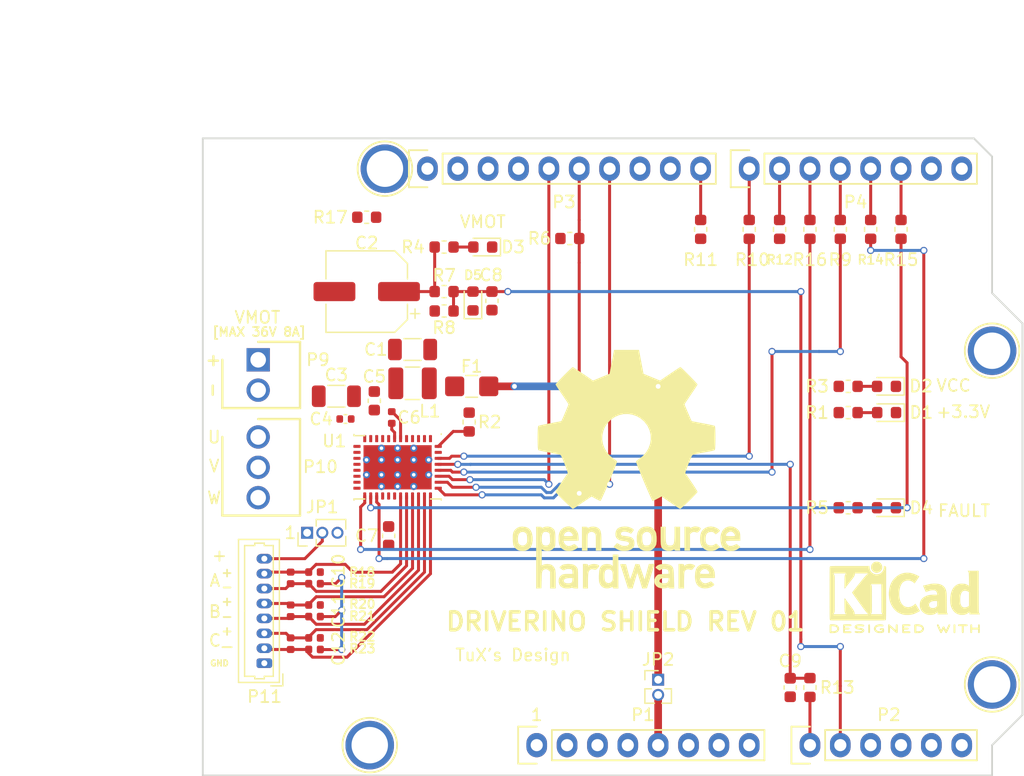
<source format=kicad_pcb>
(kicad_pcb (version 20171130) (host pcbnew "(5.1.9)-1")
  (title_block (date "lun. 30 mars 2015"))
  (layers (0 F.Cu signal) (31 B.Cu signal) (34 B.Paste user) (35 F.Paste user) (36 B.SilkS user) (37 F.SilkS user) (38 B.Mask user) (39 F.Mask user) (44 Edge.Cuts user))
  (net 0 "")
  (net 1 GND)
  (net 2 /A0)
  (net 3 /A1)
  (net 4 "/A4(SDA)")
  (net 5 "/A5(SCL)")
  (net 6 /8)
  (net 7 /7)
  (net 8 "/6(**)")
  (net 9 "/5(**)")
  (net 10 /4)
  (net 11 "/3(**)")
  (net 12 /2)
  (net 13 "/13(SCK)")
  (net 14 "/12(MISO)")
  (net 15 "/11(**/MOSI)")
  (net 16 /FB)
  (net 17 GNDPWR)
  (net 18 +36V)
  (net 19 "Net-(C5-Pad1)")
  (net 20 "Net-(C6-Pad1)")
  (net 21 "Net-(C6-Pad2)")
  (net 22 +3.3V)
  (net 23 /ILIM)
  (net 24 /HAP)
  (net 25 /HAN)
  (net 26 /HBN)
  (net 27 /HBP)
  (net 28 /HCP)
  (net 29 /HCN)
  (net 30 "Net-(D1-Pad2)")
  (net 31 "Net-(D2-Pad2)")
  (net 32 "Net-(D3-Pad2)")
  (net 33 /FAULT)
  (net 34 "Net-(D4-Pad2)")
  (net 35 VCC)
  (net 36 "Net-(JP1-Pad2)")
  (net 37 /SW)
  (net 38 /U)
  (net 39 /V)
  (net 40 /W)
  (net 41 /FGOUT)
  (net 42 /CS)
  (net 43 /BRAKE)
  (net 44 /PWM)
  (net 45 /SLEEP)
  (net 46 /DRVOFF)
  (net 47 +5V)
  (module Fuse:Fuse_1206_3216Metric_Castellated (layer F.Cu) (at 133.498 93.787 180)
    (fp_text reference F1 (at 0 1.668 180) (layer F.SilkS))
    (fp_text value 200mA)
    (pad 2 smd roundrect (at 1.425 0 180) (size 1.6 1.65) (layers F.Cu F.Paste F.Mask) (roundrect_rratio 0.15625))
    (pad 1 smd roundrect (at -1.425 0 180) (size 1.6 1.65) (layers F.Cu F.Paste F.Mask) (roundrect_rratio 0.15625) (net 35 VCC))
  )
  (module Symbol:KiCad-Logo2_5mm_SilkScreen (layer F.Cu) (at 169.7228 111.4425)
    (fp_text reference REF** hide)
    (fp_text value KiCad-Logo2_5mm_SilkScreen hide)
  )
  (module Resistor_SMD:R_0402_1005Metric (layer F.Cu) (at 120.3475 115.816)
    (fp_text reference R23 (at 4 -0.07) (layer F.SilkS) (effects (font (size 0.75 0.75))))
    (fp_text value 0R)
    (pad 2 smd roundrect (at 0.485 0) (size 0.59 0.64) (layers F.Cu F.Paste F.Mask) (net 1 GND))
    (pad 1 smd roundrect (at -0.485 0) (size 0.59 0.64) (layers F.Cu F.Paste F.Mask) (net 29 /HCN))
  )
  (module Resistor_SMD:R_0402_1005Metric (layer F.Cu) (at 120.3475 114.846)
    (fp_text reference R22 (at 4 -0.1 180) (layer F.SilkS) (effects (font (size 0.75 0.75))))
    (fp_text value 10k)
    (pad 2 smd roundrect (at 0.485 0) (size 0.59 0.64) (layers F.Cu F.Paste F.Mask))
    (pad 1 smd roundrect (at -0.485 0) (size 0.59 0.64) (layers F.Cu F.Paste F.Mask) (net 28 /HCP))
  )
  (module Driverino-Shield:QFN-40_EP_5x7_Pitch0.5mm (layer F.Cu) (at 127.298 100.565 270)
    (fp_text reference U1 (at -2.2 5.3 180) (layer F.SilkS))
    (fp_text value MCT8316Z)
    (pad 1 smd roundrect (at -2.4 -2.75) (size 0.25 0.6) (layers F.Cu F.Paste F.Mask) (roundrect_rratio 0.2))
    (pad 2 smd roundrect (at -2.4 -2.25) (size 0.25 0.6) (layers F.Cu F.Paste F.Mask) (roundrect_rratio 0.2))
    (pad 3 smd roundrect (at -2.4 -1.75) (size 0.25 0.6) (layers F.Cu F.Paste F.Mask) (roundrect_rratio 0.2))
    (pad 4 smd roundrect (at -2.4 -1.25) (size 0.25 0.6) (layers F.Cu F.Paste F.Mask) (roundrect_rratio 0.2))
    (pad 5 smd roundrect (at -2.4 -0.75) (size 0.25 0.6) (layers F.Cu F.Paste F.Mask) (roundrect_rratio 0.2))
    (pad 6 smd roundrect (at -2.4 -0.25) (size 0.25 0.6) (layers F.Cu F.Paste F.Mask) (roundrect_rratio 0.2) (net 21 "Net-(C6-Pad2)"))
    (pad 7 smd roundrect (at -2.4 0.25) (size 0.25 0.6) (layers F.Cu F.Paste F.Mask) (roundrect_rratio 0.2) (net 20 "Net-(C6-Pad1)"))
    (pad 8 smd roundrect (at -2.4 0.75) (size 0.25 0.6) (layers F.Cu F.Paste F.Mask) (roundrect_rratio 0.2))
    (pad 9 smd roundrect (at -2.4 1.25) (size 0.25 0.6) (layers F.Cu F.Paste F.Mask) (roundrect_rratio 0.2))
    (pad 10 smd roundrect (at -2.4 1.75) (size 0.25 0.6) (layers F.Cu F.Paste F.Mask) (roundrect_rratio 0.2))
    (pad 11 smd roundrect (at -2.4 2.25) (size 0.25 0.6) (layers F.Cu F.Paste F.Mask) (roundrect_rratio 0.2))
    (pad 12 smd roundrect (at -2.4 2.75) (size 0.25 0.6) (layers F.Cu F.Paste F.Mask) (roundrect_rratio 0.2))
    (pad 13 smd roundrect (at -1.75 3.4 90) (size 0.25 0.6) (layers F.Cu F.Paste F.Mask) (roundrect_rratio 0.2))
    (pad 14 smd roundrect (at -1.25 3.4 90) (size 0.25 0.6) (layers F.Cu F.Paste F.Mask) (roundrect_rratio 0.2))
    (pad 15 smd roundrect (at -0.75 3.4 90) (size 0.25 0.6) (layers F.Cu F.Paste F.Mask) (roundrect_rratio 0.2))
    (pad 16 smd roundrect (at -0.25 3.4 90) (size 0.25 0.6) (layers F.Cu F.Paste F.Mask) (roundrect_rratio 0.2))
    (pad 17 smd roundrect (at 0.25 3.4 90) (size 0.25 0.6) (layers F.Cu F.Paste F.Mask) (roundrect_rratio 0.2))
    (pad 18 smd roundrect (at 0.75 3.4 90) (size 0.25 0.6) (layers F.Cu F.Paste F.Mask) (roundrect_rratio 0.2))
    (pad 19 smd roundrect (at 1.25 3.4 90) (size 0.25 0.6) (layers F.Cu F.Paste F.Mask) (roundrect_rratio 0.2))
    (pad 20 smd roundrect (at 1.75 3.4 90) (size 0.25 0.6) (layers F.Cu F.Paste F.Mask) (roundrect_rratio 0.2))
    (pad 21 smd roundrect (at 2.4 2.75) (size 0.25 0.6) (layers F.Cu F.Paste F.Mask) (roundrect_rratio 0.2) (net 46 /DRVOFF))
    (pad 22 smd roundrect (at 2.4 2.25) (size 0.25 0.6) (layers F.Cu F.Paste F.Mask) (roundrect_rratio 0.2) (net 33 /FAULT))
    (pad 23 smd roundrect (at 2.4 1.75) (size 0.25 0.6) (layers F.Cu F.Paste F.Mask) (roundrect_rratio 0.2) (net 45 /SLEEP))
    (pad 24 smd roundrect (at 2.4 1.25) (size 0.25 0.6) (layers F.Cu F.Paste F.Mask) (roundrect_rratio 0.2))
    (pad 25 smd roundrect (at 2.4 0.75) (size 0.25 0.6) (layers F.Cu F.Paste F.Mask) (roundrect_rratio 0.2))
    (pad 26 smd roundrect (at 2.4 0.25) (size 0.25 0.6) (layers F.Cu F.Paste F.Mask) (roundrect_rratio 0.2))
    (pad 27 smd roundrect (at 2.4 -0.25) (size 0.25 0.6) (layers F.Cu F.Paste F.Mask) (roundrect_rratio 0.2) (net 24 /HAP))
    (pad 28 smd roundrect (at 2.4 -0.75) (size 0.25 0.6) (layers F.Cu F.Paste F.Mask) (roundrect_rratio 0.2) (net 25 /HAN))
    (pad 29 smd roundrect (at 2.4 -1.25) (size 0.25 0.6) (layers F.Cu F.Paste F.Mask) (roundrect_rratio 0.2) (net 27 /HBP))
    (pad 30 smd roundrect (at 2.4 -1.75) (size 0.25 0.6) (layers F.Cu F.Paste F.Mask) (roundrect_rratio 0.2) (net 26 /HBN))
    (pad 31 smd roundrect (at 2.4 -2.25) (size 0.25 0.6) (layers F.Cu F.Paste F.Mask) (roundrect_rratio 0.2) (net 28 /HCP))
    (pad 32 smd roundrect (at 2.4 -2.75) (size 0.25 0.6) (layers F.Cu F.Paste F.Mask) (roundrect_rratio 0.2) (net 29 /HCN))
    (pad 33 smd roundrect (at 1.75 -3.4 90) (size 0.25 0.6) (layers F.Cu F.Paste F.Mask) (roundrect_rratio 0.2) (net 14 "/12(MISO)"))
    (pad 34 smd roundrect (at 1.25 -3.4 90) (size 0.25 0.6) (layers F.Cu F.Paste F.Mask) (roundrect_rratio 0.2) (net 15 "/11(**/MOSI)"))
    (pad 35 smd roundrect (at 0.75 -3.4 90) (size 0.25 0.6) (layers F.Cu F.Paste F.Mask) (roundrect_rratio 0.2) (net 13 "/13(SCK)"))
    (pad 36 smd roundrect (at 0.25 -3.4 90) (size 0.25 0.6) (layers F.Cu F.Paste F.Mask) (roundrect_rratio 0.2) (net 42 /CS))
    (pad 37 smd roundrect (at -0.25 -3.4 90) (size 0.25 0.6) (layers F.Cu F.Paste F.Mask) (roundrect_rratio 0.2) (net 23 /ILIM))
    (pad 38 smd roundrect (at -0.75 -3.4 90) (size 0.25 0.6) (layers F.Cu F.Paste F.Mask) (roundrect_rratio 0.2) (net 43 /BRAKE))
    (pad 39 smd roundrect (at -1.25 -3.4 90) (size 0.25 0.6) (layers F.Cu F.Paste F.Mask) (roundrect_rratio 0.2))
    (pad 40 smd roundrect (at -1.75 -3.4 90) (size 0.25 0.6) (layers F.Cu F.Paste F.Mask) (roundrect_rratio 0.2) (net 41 /FGOUT))
    (pad 41 smd rect (at 0 0 270) (size 3.7 5.7) (layers F.Cu F.Mask))
    (pad 41 thru_hole circle (at 0.625 0 270) (size 0.6 0.6) (drill 0.3) (layers *.Cu *.Mask))
    (pad 41 thru_hole circle (at -0.625 0 270) (size 0.6 0.6) (drill 0.3) (layers *.Cu *.Mask))
    (pad 41 thru_hole circle (at -1.6 0 270) (size 0.6 0.6) (drill 0.3) (layers *.Cu *.Mask))
    (pad 41 thru_hole circle (at 1.6 0 270) (size 0.6 0.6) (drill 0.3) (layers *.Cu *.Mask))
    (pad 41 thru_hole circle (at 0.625 -1.35 270) (size 0.6 0.6) (drill 0.3) (layers *.Cu *.Mask))
    (pad 41 thru_hole circle (at -0.625 -1.35 270) (size 0.6 0.6) (drill 0.3) (layers *.Cu *.Mask))
    (pad 41 thru_hole circle (at -1.6 -1.35 270) (size 0.6 0.6) (drill 0.3) (layers *.Cu *.Mask))
    (pad 41 thru_hole circle (at 1.6 -1.35 270) (size 0.6 0.6) (drill 0.3) (layers *.Cu *.Mask))
    (pad 41 thru_hole circle (at 0.625 -2.6 270) (size 0.6 0.6) (drill 0.3) (layers *.Cu *.Mask))
    (pad 41 thru_hole circle (at -0.625 -2.6 270) (size 0.6 0.6) (drill 0.3) (layers *.Cu *.Mask))
    (pad 41 thru_hole circle (at 0.625 1.35 270) (size 0.6 0.6) (drill 0.3) (layers *.Cu *.Mask))
    (pad 41 thru_hole circle (at -0.625 1.35 270) (size 0.6 0.6) (drill 0.3) (layers *.Cu *.Mask))
    (pad 41 thru_hole circle (at -1.6 1.35 270) (size 0.6 0.6) (drill 0.3) (layers *.Cu *.Mask))
    (pad 41 thru_hole circle (at 1.6 1.35 270) (size 0.6 0.6) (drill 0.3) (layers *.Cu *.Mask))
    (pad 41 thru_hole circle (at 0.625 2.6 270) (size 0.6 0.6) (drill 0.3) (layers *.Cu *.Mask))
    (pad 41 thru_hole circle (at -0.625 2.6 270) (size 0.6 0.6) (drill 0.3) (layers *.Cu *.Mask))
  )
  (module Connector_PinHeader_1.27mm:PinHeader_1x03_P1.27mm_Vertical (layer F.Cu) (at 120.998 106.045 90)
    (fp_text reference JP1 (at 2.159 -0.0076 180) (layer F.SilkS))
    (fp_text value HAL_SEL)
    (pad 3 thru_hole oval (at 0 1.27 90) (size 1 1) (drill 0.65) (layers *.Cu *.Mask))
    (pad 2 thru_hole oval (at 0 0 90) (size 1 1) (drill 0.65) (layers *.Cu *.Mask) (net 36 "Net-(JP1-Pad2)"))
    (pad 1 thru_hole rect (at 0 -1.27 90) (size 1 1) (drill 0.65) (layers *.Cu *.Mask))
  )
  (module Capacitor_SMD:C_1206_3216Metric (layer F.Cu) (at 122.174 94.615)
    (fp_text reference C3 (at 0 -1.778) (layer F.SilkS))
    (fp_text value 10uF)
    (pad 2 smd roundrect (at 1.475 0) (size 1.15 1.8) (layers F.Cu F.Paste F.Mask) (roundrect_rratio 0.2173904347826087))
    (pad 1 smd roundrect (at -1.475 0) (size 1.15 1.8) (layers F.Cu F.Paste F.Mask) (roundrect_rratio 0.2173904347826087))
  )
  (module Capacitor_SMD:C_0402_1005Metric (layer F.Cu) (at 122.936 96.52)
    (fp_text reference C4 (at -2.032 0) (layer F.SilkS))
    (fp_text value 100nF)
    (pad 2 smd roundrect (at 0.48 0) (size 0.56 0.62) (layers F.Cu F.Paste F.Mask))
    (pad 1 smd roundrect (at -0.48 0) (size 0.56 0.62) (layers F.Cu F.Paste F.Mask))
  )
  (module Symbol:OSHW-Logo_19x20mm_SilkScreen (layer F.Cu) (at 146.431 100.711)
    (fp_text reference REF** hide)
    (fp_text value OSHW-Logo_19x20mm_SilkScreen hide)
  )
  (module Socket_Arduino_Uno:Arduino_1pin (layer F.Cu) (at 124.968 123.825)
    (fp_text reference P5 hide)
    (fp_text value CONN_01X01 hide)
    (pad "" np_thru_hole circle (at 0 0) (size 4.064 4.064) (drill 3.048) (layers *.Cu *.Mask))
  )
  (module Socket_Arduino_Uno:Arduino_1pin (layer F.Cu) (at 126.238 75.565)
    (fp_text reference P7 hide)
    (fp_text value CONN_01X01 hide)
    (pad "" np_thru_hole circle (at 0 0) (size 4.064 4.064) (drill 3.048) (layers *.Cu *.Mask))
  )
  (module Socket_Arduino_Uno:Arduino_1pin (layer F.Cu) (at 177.038 90.805)
    (fp_text reference P8 hide)
    (fp_text value CONN_01X01 hide)
    (pad "" np_thru_hole circle (at 0 0) (size 4.064 4.064) (drill 3.048) (layers *.Cu *.Mask))
  )
  (module Socket_Arduino_Uno:Socket_Strip_Arduino_1x10 (layer F.Cu) (at 129.794 75.565)
    (fp_text reference P3 (at 11.43 2.794) (layer F.SilkS))
    (fp_text value Digital)
    (pad 1 thru_hole oval (at 0 0) (size 1.7272 2.032) (drill 1.016) (layers *.Cu *.Paste *.Mask))
    (pad 2 thru_hole oval (at 2.54 0) (size 1.7272 2.032) (drill 1.016) (layers *.Cu *.Paste *.Mask))
    (pad 3 thru_hole oval (at 5.08 0) (size 1.7272 2.032) (drill 1.016) (layers *.Cu *.Paste *.Mask))
    (pad 4 thru_hole oval (at 7.62 0) (size 1.7272 2.032) (drill 1.016) (layers *.Cu *.Paste *.Mask))
    (pad 5 thru_hole oval (at 10.16 0) (size 1.7272 2.032) (drill 1.016) (layers *.Cu *.Paste *.Mask) (net 13 "/13(SCK)"))
    (pad 6 thru_hole oval (at 12.7 0) (size 1.7272 2.032) (drill 1.016) (layers *.Cu *.Paste *.Mask) (net 14 "/12(MISO)"))
    (pad 7 thru_hole oval (at 15.24 0) (size 1.7272 2.032) (drill 1.016) (layers *.Cu *.Paste *.Mask) (net 15 "/11(**/MOSI)"))
    (pad 8 thru_hole oval (at 17.78 0) (size 1.7272 2.032) (drill 1.016) (layers *.Cu *.Paste *.Mask))
    (pad 9 thru_hole oval (at 20.32 0) (size 1.7272 2.032) (drill 1.016) (layers *.Cu *.Paste *.Mask))
    (pad 10 thru_hole oval (at 22.86 0) (size 1.7272 2.032) (drill 1.016) (layers *.Cu *.Paste *.Mask) (net 6 /8))
  )
  (module Socket_Arduino_Uno:Arduino_1pin (layer F.Cu) (at 177.038 118.745)
    (fp_text reference P6 hide)
    (fp_text value CONN_01X01 hide)
    (pad "" np_thru_hole circle (at 0 0) (size 4.064 4.064) (drill 3.048) (layers *.Cu *.Mask))
  )
  (module Socket_Arduino_Uno:Socket_Strip_Arduino_1x08 (layer F.Cu) (at 138.938 123.825)
    (fp_text reference P1 (at 8.89 -2.54) (layer F.SilkS))
    (fp_text value Power)
    (pad 1 thru_hole oval (at 0 0) (size 1.7272 2.032) (drill 1.016) (layers *.Cu *.Paste *.Mask))
    (pad 2 thru_hole oval (at 2.54 0) (size 1.7272 2.032) (drill 1.016) (layers *.Cu *.Paste *.Mask))
    (pad 3 thru_hole oval (at 5.08 0) (size 1.7272 2.032) (drill 1.016) (layers *.Cu *.Paste *.Mask))
    (pad 4 thru_hole oval (at 7.62 0) (size 1.7272 2.032) (drill 1.016) (layers *.Cu *.Paste *.Mask))
    (pad 5 thru_hole oval (at 10.16 0) (size 1.7272 2.032) (drill 1.016) (layers *.Cu *.Paste *.Mask) (net 47 +5V))
    (pad 6 thru_hole oval (at 12.7 0) (size 1.7272 2.032) (drill 1.016) (layers *.Cu *.Paste *.Mask))
    (pad 7 thru_hole oval (at 15.24 0) (size 1.7272 2.032) (drill 1.016) (layers *.Cu *.Paste *.Mask))
    (pad 8 thru_hole oval (at 17.78 0) (size 1.7272 2.032) (drill 1.016) (layers *.Cu *.Paste *.Mask))
  )
  (module Socket_Arduino_Uno:Socket_Strip_Arduino_1x06 (layer F.Cu) (at 161.798 123.825)
    (fp_text reference P2 (at 6.604 -2.54) (layer F.SilkS))
    (fp_text value Analog)
    (pad 1 thru_hole oval (at 0 0) (size 1.7272 2.032) (drill 1.016) (layers *.Cu *.Paste *.Mask) (net 2 /A0))
    (pad 2 thru_hole oval (at 2.54 0) (size 1.7272 2.032) (drill 1.016) (layers *.Cu *.Paste *.Mask) (net 3 /A1))
    (pad 3 thru_hole oval (at 5.08 0) (size 1.7272 2.032) (drill 1.016) (layers *.Cu *.Paste *.Mask))
    (pad 4 thru_hole oval (at 7.62 0) (size 1.7272 2.032) (drill 1.016) (layers *.Cu *.Paste *.Mask))
    (pad 5 thru_hole oval (at 10.16 0) (size 1.7272 2.032) (drill 1.016) (layers *.Cu *.Paste *.Mask))
    (pad 6 thru_hole oval (at 12.7 0) (size 1.7272 2.032) (drill 1.016) (layers *.Cu *.Paste *.Mask))
  )
  (module Socket_Arduino_Uno:Socket_Strip_Arduino_1x08 (layer F.Cu) (at 156.718 75.565)
    (fp_text reference P4 (at 8.89 2.794) (layer F.SilkS))
    (fp_text value Digital)
    (pad 1 thru_hole oval (at 0 0) (size 1.7272 2.032) (drill 1.016) (layers *.Cu *.Paste *.Mask) (net 7 /7))
    (pad 2 thru_hole oval (at 2.54 0) (size 1.7272 2.032) (drill 1.016) (layers *.Cu *.Paste *.Mask) (net 8 "/6(**)"))
    (pad 3 thru_hole oval (at 5.08 0) (size 1.7272 2.032) (drill 1.016) (layers *.Cu *.Paste *.Mask) (net 9 "/5(**)"))
    (pad 4 thru_hole oval (at 7.62 0) (size 1.7272 2.032) (drill 1.016) (layers *.Cu *.Paste *.Mask) (net 10 /4))
    (pad 5 thru_hole oval (at 10.16 0) (size 1.7272 2.032) (drill 1.016) (layers *.Cu *.Paste *.Mask) (net 11 "/3(**)"))
    (pad 6 thru_hole oval (at 12.7 0) (size 1.7272 2.032) (drill 1.016) (layers *.Cu *.Paste *.Mask) (net 12 /2))
    (pad 7 thru_hole oval (at 15.24 0) (size 1.7272 2.032) (drill 1.016) (layers *.Cu *.Paste *.Mask))
    (pad 8 thru_hole oval (at 17.78 0) (size 1.7272 2.032) (drill 1.016) (layers *.Cu *.Paste *.Mask))
  )
  (module Capacitor_SMD:C_0402_1005Metric (layer F.Cu) (at 126.8095 96.393 90)
    (fp_text reference C6 (at 0 1.4605 180) (layer F.SilkS))
    (fp_text value 10nF)
    (pad 2 smd roundrect (at 0.485 0 90) (size 0.59 0.64) (layers F.Cu F.Paste F.Mask) (net 21 "Net-(C6-Pad2)"))
    (pad 1 smd roundrect (at -0.485 0 90) (size 0.59 0.64) (layers F.Cu F.Paste F.Mask) (net 20 "Net-(C6-Pad1)"))
  )
  (module Capacitor_SMD:C_0402_1005Metric (layer F.Cu) (at 118.3475 115.331 90)
    (fp_text reference C12 (at -0.415 4 90) (layer F.SilkS))
    (fp_text value 100nF)
    (pad 2 smd roundrect (at 0.485 0 90) (size 0.59 0.64) (layers F.Cu F.Paste F.Mask) (net 28 /HCP))
    (pad 1 smd roundrect (at -0.485 0 90) (size 0.59 0.64) (layers F.Cu F.Paste F.Mask) (net 29 /HCN))
  )
  (module Resistor_SMD:R_0402_1005Metric (layer F.Cu) (at 120.3475 113.062)
    (fp_text reference R21 (at 4 -0.032) (layer F.SilkS) (effects (font (size 0.75 0.75))))
    (fp_text value 0R)
    (pad 2 smd roundrect (at 0.485 0) (size 0.59 0.64) (layers F.Cu F.Paste F.Mask) (net 1 GND))
    (pad 1 smd roundrect (at -0.485 0) (size 0.59 0.64) (layers F.Cu F.Paste F.Mask) (net 26 /HBN))
  )
  (module Resistor_SMD:R_0402_1005Metric (layer F.Cu) (at 120.3475 112.092)
    (fp_text reference R20 (at 4 -0.078) (layer F.SilkS) (effects (font (size 0.75 0.75))))
    (fp_text value 10k)
    (pad 2 smd roundrect (at 0.485 0) (size 0.59 0.64) (layers F.Cu F.Paste F.Mask))
    (pad 1 smd roundrect (at -0.485 0) (size 0.59 0.64) (layers F.Cu F.Paste F.Mask) (net 27 /HBP))
  )
  (module Capacitor_SMD:C_0402_1005Metric (layer F.Cu) (at 118.3475 112.577 90)
    (fp_text reference C11 (at 0.01 4 90) (layer F.SilkS))
    (fp_text value 100nF)
    (pad 2 smd roundrect (at 0.485 0 90) (size 0.59 0.64) (layers F.Cu F.Paste F.Mask) (net 27 /HBP))
    (pad 1 smd roundrect (at -0.485 0 90) (size 0.59 0.64) (layers F.Cu F.Paste F.Mask) (net 26 /HBN))
  )
  (module Resistor_SMD:R_0402_1005Metric (layer F.Cu) (at 120.3475 109.338)
    (fp_text reference R18 (at 3.9855 0.009) (layer F.SilkS) (effects (font (size 0.75 0.75))))
    (fp_text value 10k)
    (pad 2 smd roundrect (at 0.485 0) (size 0.59 0.64) (layers F.Cu F.Paste F.Mask))
    (pad 1 smd roundrect (at -0.485 0) (size 0.59 0.64) (layers F.Cu F.Paste F.Mask) (net 24 /HAP))
  )
  (module Resistor_SMD:R_0402_1005Metric (layer F.Cu) (at 120.3475 110.308)
    (fp_text reference R19 (at 3.9855 -0.0085) (layer F.SilkS) (effects (font (size 0.75 0.75))))
    (fp_text value 0R)
    (pad 2 smd roundrect (at 0.485 0) (size 0.59 0.64) (layers F.Cu F.Paste F.Mask) (net 1 GND))
    (pad 1 smd roundrect (at -0.485 0) (size 0.59 0.64) (layers F.Cu F.Paste F.Mask) (net 25 /HAN))
  )
  (module Capacitor_SMD:C_0402_1005Metric (layer F.Cu) (at 118.3475 109.823 90)
    (fp_text reference C10 (at 0.585 4 90) (layer F.SilkS))
    (fp_text value 100nF)
    (pad 2 smd roundrect (at 0.485 0 90) (size 0.59 0.64) (layers F.Cu F.Paste F.Mask) (net 24 /HAP))
    (pad 1 smd roundrect (at -0.485 0 90) (size 0.59 0.64) (layers F.Cu F.Paste F.Mask) (net 25 /HAN))
  )
  (module Driverino-Shield:C_1206_3216Metric (layer F.Cu) (at 128.5494 90.7034)
    (fp_text reference C1 (at -3.0734 0) (layer F.SilkS))
    (fp_text value 22uF)
    (pad 2 smd roundrect (at 1.475 0) (size 1.15 1.8) (layers F.Cu F.Paste F.Mask) (roundrect_rratio 0.2173904347826087))
    (pad 1 smd roundrect (at -1.475 0) (size 1.15 1.8) (layers F.Cu F.Paste F.Mask) (roundrect_rratio 0.217))
  )
  (module Driverino-Shield:CP_Elec_6.3x7.7 (layer F.Cu) (at 124.714 85.852 180)
    (fp_text reference C2 (at 0 4.064 180) (layer F.SilkS))
    (fp_text value 150uF)
    (pad 2 smd roundrect (at 2.7 0 180) (size 3.5 1.6) (layers F.Cu F.Paste F.Mask) (roundrect_rratio 0.15625))
    (pad 1 smd roundrect (at -2.7 0 180) (size 3.5 1.6) (layers F.Cu F.Paste F.Mask) (roundrect_rratio 0.15625) (net 18 +36V))
  )
  (module Driverino-Shield:C_0603_1608Metric (layer F.Cu) (at 125.349 94.996 90)
    (fp_text reference C5 (at 2.032 0 180) (layer F.SilkS))
    (fp_text value 1uF)
    (pad 1 smd roundrect (at -0.775 0 90) (size 0.9 0.95) (layers F.Cu F.Paste F.Mask))
    (pad 2 smd roundrect (at 0.775 0 90) (size 0.9 0.95) (layers F.Cu F.Paste F.Mask))
  )
  (module Driverino-Shield:C_0603_1608Metric (layer F.Cu) (at 126.548 106.299 270)
    (fp_text reference C7 (at 0 1.834 180) (layer F.SilkS))
    (fp_text value 1uF)
    (pad 2 smd roundrect (at 0.775 0 270) (size 0.9 0.95) (layers F.Cu F.Paste F.Mask))
    (pad 1 smd roundrect (at -0.775 0 270) (size 0.9 0.95) (layers F.Cu F.Paste F.Mask))
  )
  (module Driverino-Shield:C_0603_1608Metric (layer F.Cu) (at 135.1915 86.627 90)
    (fp_text reference C8 (at 2.159 -0.0635 180) (layer F.SilkS))
    (fp_text value 100nF)
    (pad 1 smd roundrect (at -0.775 0 90) (size 0.9 0.95) (layers F.Cu F.Paste F.Mask))
    (pad 2 smd roundrect (at 0.775 0 90) (size 0.9 0.95) (layers F.Cu F.Paste F.Mask) (net 3 /A1))
  )
  (module Driverino-Shield:C_0603_1608Metric (layer F.Cu) (at 160.147 118.999 90)
    (fp_text reference C9 (at 2.2225 0 180) (layer F.SilkS))
    (fp_text value 100nF)
    (pad 1 smd roundrect (at -0.775 0 90) (size 0.9 0.95) (layers F.Cu F.Paste F.Mask))
    (pad 2 smd roundrect (at 0.775 0 90) (size 0.9 0.95) (layers F.Cu F.Paste F.Mask) (net 23 /ILIM))
  )
  (module Driverino-Shield:LED_0603_1608Metric (layer F.Cu) (at 168.2115 95.9865 180)
    (fp_text reference D1 (at -2.9083 0.0126) (layer F.SilkS))
    (fp_text value ORANGE)
    (pad 1 smd roundrect (at -0.7875 0 180) (size 0.875 0.95) (layers F.Cu F.Paste F.Mask))
    (pad 2 smd roundrect (at 0.7875 0 180) (size 0.875 0.95) (layers F.Cu F.Paste F.Mask) (net 30 "Net-(D1-Pad2)"))
  )
  (module Driverino-Shield:LED_0603_1608Metric (layer F.Cu) (at 168.204 93.787 180)
    (fp_text reference D2 (at -2.8904 0.0229) (layer F.SilkS))
    (fp_text value BLUE)
    (pad 2 smd roundrect (at 0.7875 0 180) (size 0.875 0.95) (layers F.Cu F.Paste F.Mask) (net 31 "Net-(D2-Pad2)"))
    (pad 1 smd roundrect (at -0.7875 0 180) (size 0.875 0.95) (layers F.Cu F.Paste F.Mask))
  )
  (module Driverino-Shield:LED_0603_1608Metric (layer F.Cu) (at 134.422 82.1245 180)
    (fp_text reference D3 (at -2.5475 0) (layer F.SilkS))
    (fp_text value GREEN)
    (pad 2 smd roundrect (at 0.7875 0 180) (size 0.875 0.95) (layers F.Cu F.Paste F.Mask) (net 32 "Net-(D3-Pad2)"))
    (pad 1 smd roundrect (at -0.7875 0 180) (size 0.875 0.95) (layers F.Cu F.Paste F.Mask))
  )
  (module Driverino-Shield:LED_0603_1608Metric (layer F.Cu) (at 168.204 103.9495 180)
    (fp_text reference D4 (at -2.9158 -0.0127) (layer F.SilkS))
    (fp_text value BLUE)
    (pad 1 smd roundrect (at -0.7875 0 180) (size 0.875 0.95) (layers F.Cu F.Paste F.Mask) (net 33 /FAULT))
    (pad 2 smd roundrect (at 0.7875 0 180) (size 0.875 0.95) (layers F.Cu F.Paste F.Mask) (net 34 "Net-(D4-Pad2)"))
  )
  (module Diode_SMD:D_0603_1608Metric (layer F.Cu) (at 133.604 86.6395 90)
    (fp_text reference D5 (at 2.164 0 180) (layer F.SilkS) (effects (font (size 0.75 0.75))))
    (fp_text value Vz=5V)
    (pad 1 smd roundrect (at -0.7875 0 90) (size 0.875 0.95) (layers F.Cu F.Paste F.Mask))
    (pad 2 smd roundrect (at 0.7875 0 90) (size 0.875 0.95) (layers F.Cu F.Paste F.Mask) (net 3 /A1))
  )
  (module Inductor_SMD:L_1210_3225Metric (layer F.Cu) (at 128.548 93.533 180)
    (fp_text reference L1 (at -1.45 -2.332 180) (layer F.SilkS))
    (fp_text value 47uH)
    (pad 1 smd roundrect (at -1.4 0 180) (size 1.25 2.65) (layers F.Cu F.Paste F.Mask) (roundrect_rratio 0.2))
    (pad 2 smd roundrect (at 1.4 0 180) (size 1.25 2.65) (layers F.Cu F.Paste F.Mask) (roundrect_rratio 0.2))
  )
  (module Driverino-Shield:39773-0002 (layer F.Cu) (at 115.6335 91.565 270)
    (fp_text reference P9 (at 0 -5) (layer F.SilkS))
    (fp_text value PWR)
    (pad 1 thru_hole rect (at 0 0 270) (size 1.95 1.95) (drill 1.3) (layers *.Cu *.Mask))
    (pad 2 thru_hole circle (at 2.54 0 270) (size 1.95 1.95) (drill 1.3) (layers *.Cu *.Mask))
  )
  (module Driverino-Shield:39773-0003 (layer F.Cu) (at 115.6335 100.565 270)
    (fp_text reference P10 (at -0.0445 -5.207 180) (layer F.SilkS))
    (fp_text value MOT)
    (pad 1 thru_hole circle (at -2.54 0 270) (size 1.95 1.95) (drill 1.3) (layers *.Cu *.Mask))
    (pad 2 thru_hole circle (at 0 0 270) (size 1.95 1.95) (drill 1.3) (layers *.Cu *.Mask))
    (pad 3 thru_hole circle (at 2.54 0 270) (size 1.95 1.95) (drill 1.3) (layers *.Cu *.Mask))
  )
  (module Driverino-Shield:Molex_PicoBlade_53047-0810_1x08_P1.25mm_Vertical (layer F.Cu) (at 116.1475 116.965 90)
    (fp_text reference P11 (at -2.796 0.0194) (layer F.SilkS))
    (fp_text value HALL)
    (pad 8 thru_hole oval (at 8.75 0 90) (size 0.8 1.3) (drill 0.5) (layers *.Cu *.Mask) (net 36 "Net-(JP1-Pad2)"))
    (pad 7 thru_hole oval (at 7.5 0 90) (size 0.8 1.3) (drill 0.5) (layers *.Cu *.Mask) (net 24 /HAP))
    (pad 6 thru_hole oval (at 6.25 0 90) (size 0.8 1.3) (drill 0.5) (layers *.Cu *.Mask) (net 25 /HAN))
    (pad 5 thru_hole oval (at 5 0 90) (size 0.8 1.3) (drill 0.5) (layers *.Cu *.Mask) (net 27 /HBP))
    (pad 4 thru_hole oval (at 3.75 0 90) (size 0.8 1.3) (drill 0.5) (layers *.Cu *.Mask) (net 26 /HBN))
    (pad 3 thru_hole oval (at 2.5 0 90) (size 0.8 1.3) (drill 0.5) (layers *.Cu *.Mask) (net 28 /HCP))
    (pad 2 thru_hole oval (at 1.25 0 90) (size 0.8 1.3) (drill 0.5) (layers *.Cu *.Mask) (net 29 /HCN))
    (pad 1 thru_hole roundrect (at 0 0 90) (size 0.8 1.3) (drill 0.5) (layers *.Cu *.Mask))
  )
  (module Resistor_SMD:R_0603_1608Metric (layer F.Cu) (at 164.998 95.9865)
    (fp_text reference R1 (at -2.6 0) (layer F.SilkS))
    (fp_text value 1k)
    (pad 2 smd roundrect (at 0.7875 0) (size 0.875 0.95) (layers F.Cu F.Paste F.Mask) (net 30 "Net-(D1-Pad2)"))
    (pad 1 smd roundrect (at -0.7875 0) (size 0.875 0.95) (layers F.Cu F.Paste F.Mask))
  )
  (module Resistor_SMD:R_0603_1608Metric (layer F.Cu) (at 133.2865 96.774 270)
    (fp_text reference R2 (at 0 -1.7145 180) (layer F.SilkS))
    (fp_text value 5.1k)
    (pad 1 smd roundrect (at -0.7875 0 270) (size 0.875 0.95) (layers F.Cu F.Paste F.Mask))
    (pad 2 smd roundrect (at 0.7875 0 270) (size 0.875 0.95) (layers F.Cu F.Paste F.Mask) (net 41 /FGOUT))
  )
  (module Resistor_SMD:R_0603_1608Metric (layer F.Cu) (at 164.998 93.787)
    (fp_text reference R3 (at -2.6 0) (layer F.SilkS))
    (fp_text value 1k)
    (pad 1 smd roundrect (at -0.7875 0) (size 0.875 0.95) (layers F.Cu F.Paste F.Mask))
    (pad 2 smd roundrect (at 0.7875 0) (size 0.875 0.95) (layers F.Cu F.Paste F.Mask) (net 31 "Net-(D2-Pad2)"))
  )
  (module Resistor_SMD:R_0603_1608Metric (layer F.Cu) (at 131.188 82.1245)
    (fp_text reference R4 (at -2.6 0) (layer F.SilkS))
    (fp_text value 4.7k)
    (pad 2 smd roundrect (at 0.7875 0) (size 0.875 0.95) (layers F.Cu F.Paste F.Mask) (net 32 "Net-(D3-Pad2)"))
    (pad 1 smd roundrect (at -0.7875 0) (size 0.875 0.95) (layers F.Cu F.Paste F.Mask) (net 18 +36V))
  )
  (module Resistor_SMD:R_0603_1608Metric (layer F.Cu) (at 164.998 103.9495)
    (fp_text reference R5 (at -2.6 0) (layer F.SilkS))
    (fp_text value 1k)
    (pad 1 smd roundrect (at -0.7875 0) (size 0.875 0.95) (layers F.Cu F.Paste F.Mask))
    (pad 2 smd roundrect (at 0.7875 0) (size 0.875 0.95) (layers F.Cu F.Paste F.Mask) (net 34 "Net-(D4-Pad2)"))
  )
  (module Resistor_SMD:R_0603_1608Metric (layer F.Cu) (at 141.7065 81.407)
    (fp_text reference R6 (at -2.54 0) (layer F.SilkS))
    (fp_text value 5.1k)
    (pad 1 smd roundrect (at -0.7875 0) (size 0.875 0.95) (layers F.Cu F.Paste F.Mask))
    (pad 2 smd roundrect (at 0.7875 0) (size 0.875 0.95) (layers F.Cu F.Paste F.Mask) (net 14 "/12(MISO)"))
  )
  (module Resistor_SMD:R_0603_1608Metric (layer F.Cu) (at 131.188 85.852 180)
    (fp_text reference R7 (at -0.003 1.3545) (layer F.SilkS))
    (fp_text value 1k)
    (pad 2 smd roundrect (at 0.7875 0 180) (size 0.875 0.95) (layers F.Cu F.Paste F.Mask) (net 18 +36V))
    (pad 1 smd roundrect (at -0.7875 0 180) (size 0.875 0.95) (layers F.Cu F.Paste F.Mask) (net 3 /A1))
  )
  (module Resistor_SMD:R_0603_1608Metric (layer F.Cu) (at 131.191 87.4776 180)
    (fp_text reference R8 (at 0 -1.397) (layer F.SilkS))
    (fp_text value 1k)
    (pad 1 smd roundrect (at -0.7875 0 180) (size 0.875 0.95) (layers F.Cu F.Paste F.Mask) (net 3 /A1))
    (pad 2 smd roundrect (at 0.7875 0 180) (size 0.875 0.95) (layers F.Cu F.Paste F.Mask))
  )
  (module Resistor_SMD:R_0603_1608Metric (layer F.Cu) (at 164.338 80.645 270)
    (fp_text reference R9 (at 2.54 0 180) (layer F.SilkS))
    (fp_text value 0R)
    (pad 1 smd roundrect (at -0.7875 0 270) (size 0.875 0.95) (layers F.Cu F.Paste F.Mask) (net 10 /4))
    (pad 2 smd roundrect (at 0.7875 0 270) (size 0.875 0.95) (layers F.Cu F.Paste F.Mask) (net 42 /CS))
  )
  (module Resistor_SMD:R_0603_1608Metric (layer F.Cu) (at 156.718 80.645 270)
    (fp_text reference R10 (at 2.54 -0.254 180) (layer F.SilkS))
    (fp_text value 0R)
    (pad 2 smd roundrect (at 0.7875 0 270) (size 0.875 0.95) (layers F.Cu F.Paste F.Mask) (net 43 /BRAKE))
    (pad 1 smd roundrect (at -0.7875 0 270) (size 0.875 0.95) (layers F.Cu F.Paste F.Mask) (net 7 /7))
  )
  (module Resistor_SMD:R_0603_1608Metric (layer F.Cu) (at 152.654 80.645 270)
    (fp_text reference R11 (at 2.54 0 180) (layer F.SilkS))
    (fp_text value 0R)
    (pad 1 smd roundrect (at -0.7875 0 270) (size 0.875 0.95) (layers F.Cu F.Paste F.Mask) (net 6 /8))
    (pad 2 smd roundrect (at 0.7875 0 270) (size 0.875 0.95) (layers F.Cu F.Paste F.Mask))
  )
  (module Resistor_SMD:R_0603_1608Metric (layer F.Cu) (at 159.258 80.645 270)
    (fp_text reference R12 (at 2.54 0 180) (layer F.SilkS) (effects (font (size 0.75 0.75))))
    (fp_text value 0R)
    (pad 2 smd roundrect (at 0.7875 0 270) (size 0.875 0.95) (layers F.Cu F.Paste F.Mask))
    (pad 1 smd roundrect (at -0.7875 0 270) (size 0.875 0.95) (layers F.Cu F.Paste F.Mask) (net 8 "/6(**)"))
  )
  (module Resistor_SMD:R_0603_1608Metric (layer F.Cu) (at 161.798 118.999 270)
    (fp_text reference R13 (at 0 -2.286 180) (layer F.SilkS))
    (fp_text value 1k)
    (pad 1 smd roundrect (at -0.7875 0 270) (size 0.875 0.95) (layers F.Cu F.Paste F.Mask) (net 23 /ILIM))
    (pad 2 smd roundrect (at 0.7875 0 270) (size 0.875 0.95) (layers F.Cu F.Paste F.Mask) (net 2 /A0))
  )
  (module Resistor_SMD:R_0603_1608Metric (layer F.Cu) (at 166.878 80.645 270)
    (fp_text reference R14 (at 2.54 0 180) (layer F.SilkS) (effects (font (size 0.75 0.75))))
    (fp_text value 0R)
    (pad 2 smd roundrect (at 0.7875 0 270) (size 0.875 0.95) (layers F.Cu F.Paste F.Mask) (net 45 /SLEEP))
    (pad 1 smd roundrect (at -0.7875 0 270) (size 0.875 0.95) (layers F.Cu F.Paste F.Mask) (net 11 "/3(**)"))
  )
  (module Resistor_SMD:R_0603_1608Metric (layer F.Cu) (at 169.418 80.645 270)
    (fp_text reference R15 (at 2.54 0 180) (layer F.SilkS))
    (fp_text value 0R)
    (pad 2 smd roundrect (at 0.7875 0 270) (size 0.875 0.95) (layers F.Cu F.Paste F.Mask) (net 33 /FAULT))
    (pad 1 smd roundrect (at -0.7875 0 270) (size 0.875 0.95) (layers F.Cu F.Paste F.Mask) (net 12 /2))
  )
  (module Resistor_SMD:R_0603_1608Metric (layer F.Cu) (at 161.798 80.645 270)
    (fp_text reference R16 (at 2.54 0 180) (layer F.SilkS))
    (fp_text value 0R)
    (pad 1 smd roundrect (at -0.7875 0 270) (size 0.875 0.95) (layers F.Cu F.Paste F.Mask) (net 9 "/5(**)"))
    (pad 2 smd roundrect (at 0.7875 0 270) (size 0.875 0.95) (layers F.Cu F.Paste F.Mask) (net 46 /DRVOFF))
  )
  (module Resistor_SMD:R_0603_1608Metric (layer F.Cu) (at 124.714 79.629)
    (fp_text reference R17 (at -3.048 0) (layer F.SilkS))
    (fp_text value 0R)
    (pad 2 smd roundrect (at 0.7875 0) (size 0.875 0.95) (layers F.Cu F.Paste F.Mask))
    (pad 1 smd roundrect (at -0.7875 0) (size 0.875 0.95) (layers F.Cu F.Paste F.Mask))
  )
  (module Connector_PinHeader_1.27mm:PinHeader_1x02_P1.27mm_Vertical (layer F.Cu) (at 149.098 118.349)
    (fp_text reference JP2 (at 0 -1.695) (layer F.SilkS))
    (fp_text value VCC_SEL)
    (pad 1 thru_hole rect (at 0 0) (size 1 1) (drill 0.65) (layers *.Cu *.Mask) (net 35 VCC))
    (pad 2 thru_hole oval (at 0 1.27) (size 1 1) (drill 0.65) (layers *.Cu *.Mask) (net 47 +5V))
  )
  (gr_text "[MAX 36V 8A]" (at 115.7097 89.2302) (layer F.SilkS) (effects (font (size 0.75 0.75))))
  (gr_text 1 (at 118.3259 106.045) (layer F.SilkS) (effects (font (size 1 1))))
  (gr_text "TuX's Design" (at 136.9568 116.2812) (layer F.SilkS) (effects (font (size 1 1))))
  (gr_text "DRIVERINO SHIELD REV 01" (at 146.3548 113.4872) (layer F.SilkS) (effects (font (size 1.5 1.5) (thickness 0.3))))
  (gr_text VMOT (at 115.57 88.011) (layer F.SilkS) (effects (font (size 1 1))))
  (gr_text FAULT (at 174.6885 104.2035) (layer F.SilkS) (effects (font (size 1 1))))
  (gr_text VMOT (at 134.4295 80.01) (layer F.SilkS) (effects (font (size 1 1))))
  (gr_text "VCC\n" (at 173.815476 93.7195) (layer F.SilkS) (effects (font (size 1 1))))
  (gr_text +3.3V (at 174.625 95.919) (layer F.SilkS) (effects (font (size 1 1))))
  (gr_text - (at 111.76 94.107 90) (layer F.SilkS) (effects (font (size 1 1) (thickness 0.2))))
  (gr_text - (at 113.03 115.697 180) (layer F.SilkS) (effects (font (size 1 1))))
  (gr_text + (at 113.03 114.3635 180) (layer F.SilkS) (effects (font (size 0.75 0.75))))
  (gr_text - (at 113.03 113.157 180) (layer F.SilkS) (effects (font (size 0.75 0.75))))
  (gr_text + (at 113.03 111.887 180) (layer F.SilkS) (effects (font (size 0.75 0.75))))
  (gr_text - (at 113.03 110.6805 180) (layer F.SilkS) (effects (font (size 0.75 0.75))))
  (gr_text + (at 113.03 109.474 180) (layer F.SilkS) (effects (font (size 0.75 0.75))))
  (gr_text GND (at 112.395 116.967) (layer F.SilkS) (effects (font (size 0.5 0.5) (thickness 0.125))))
  (gr_text C (at 112.014 115.062) (layer F.SilkS) (effects (font (size 1 1))))
  (gr_text B (at 112.014 112.649) (layer F.SilkS) (effects (font (size 1 1))))
  (gr_text A (at 112.014 110.0455) (layer F.SilkS) (effects (font (size 1 1))))
  (gr_text + (at 112.395 108.077 180) (layer F.SilkS) (effects (font (size 1 1)) (justify mirror)))
  (gr_text W (at 111.9505 103.124) (layer F.SilkS) (effects (font (size 1 1))))
  (gr_text V (at 111.9505 100.457) (layer F.SilkS) (effects (font (size 1 1))))
  (gr_text U (at 111.9505 98.044) (layer F.SilkS) (effects (font (size 1 1))))
  (gr_text + (at 111.887 91.567) (layer F.SilkS) (effects (font (size 1 1) (thickness 0.2))))
  (gr_text 1 (at 138.938 121.285) (layer F.SilkS) (effects (font (size 1 1))))
  (gr_line (start 177.038 74.549) (end 175.514 73.025) (angle 90) (layer Edge.Cuts) (width 0.15))
  (gr_line (start 177.038 85.979) (end 177.038 74.549) (angle 90) (layer Edge.Cuts) (width 0.15))
  (gr_line (start 179.578 88.519) (end 177.038 85.979) (angle 90) (layer Edge.Cuts) (width 0.15))
  (gr_line (start 179.578 121.285) (end 179.578 88.519) (angle 90) (layer Edge.Cuts) (width 0.15))
  (gr_line (start 177.038 123.825) (end 179.578 121.285) (angle 90) (layer Edge.Cuts) (width 0.15))
  (gr_line (start 177.038 126.365) (end 177.038 123.825) (angle 90) (layer Edge.Cuts) (width 0.15))
  (gr_line (start 110.998 126.365) (end 177.038 126.365) (angle 90) (layer Edge.Cuts) (width 0.15))
  (gr_line (start 110.998 73.025) (end 110.998 126.365) (angle 90) (layer Edge.Cuts) (width 0.15))
  (gr_line (start 175.514 73.025) (end 110.998 73.025) (angle 90) (layer Edge.Cuts) (width 0.15))
  (via (at 122.6185 112.522) (size 0.6) (layers F.Cu B.Cu) (net 1))
  (via (at 122.6185 109.7915) (size 0.6) (layers F.Cu B.Cu) (net 1))
  (via (at 122.6185 115.824) (size 0.6) (layers F.Cu B.Cu) (net 1))
  (via (at 136.525 85.852) (size 0.6) (layers F.Cu B.Cu) (net 3))
  (via (at 161.036 85.852) (size 0.6) (layers F.Cu B.Cu) (net 3))
  (via (at 161.036 115.57) (size 0.6) (layers F.Cu B.Cu) (net 3))
  (via (at 164.338 115.57) (size 0.6) (layers F.Cu B.Cu) (net 3))
  (via (at 139.954 101.981) (size 0.6) (layers F.Cu B.Cu) (net 13))
  (via (at 133.35 101.6) (size 0.6) (layers F.Cu B.Cu) (net 13))
  (via (at 134.366 102.87) (size 0.6) (layers F.Cu B.Cu) (net 14))
  (via (at 142.494 102.743) (size 0.6) (layers F.Cu B.Cu) (net 14))
  (via (at 133.858 102.235) (size 0.6) (layers F.Cu B.Cu) (net 15))
  (via (at 145.034 101.981) (size 0.6) (layers F.Cu B.Cu) (net 15))
  (via (at 160.147 100.315) (size 0.6) (layers F.Cu B.Cu) (net 23))
  (via (at 132.334365 100.315489) (size 0.6) (layers F.Cu B.Cu) (net 23))
  (via (at 169.926 103.9495) (size 0.6) (layers F.Cu B.Cu) (net 33))
  (via (at 125.048 103.9495) (size 0.6) (layers F.Cu B.Cu) (net 33))
  (via (at 149.098 93.787) (size 0.6) (layers F.Cu B.Cu) (net 35))
  (via (at 137.076 93.787) (size 0.6) (layers F.Cu B.Cu) (net 35))
  (via (at 132.842 100.965) (size 0.6) (layers F.Cu B.Cu) (net 42))
  (via (at 158.623 90.8685) (size 0.6) (layers F.Cu B.Cu) (net 42))
  (via (at 164.338 90.8685) (size 0.6) (layers F.Cu B.Cu) (net 42))
  (via (at 158.623 100.965) (size 0.6) (layers F.Cu B.Cu) (net 42))
  (via (at 156.718 99.6315) (size 0.6) (layers F.Cu B.Cu) (net 43))
  (via (at 132.842 99.6315) (size 0.6) (layers F.Cu B.Cu) (net 43))
  (via (at 171.323 108.204) (size 0.6) (layers F.Cu B.Cu) (net 45))
  (via (at 171.323 82.407) (size 0.6) (layers F.Cu B.Cu) (net 45))
  (via (at 166.878 82.407) (size 0.6) (layers F.Cu B.Cu) (net 45))
  (via (at 125.74799 108.204) (size 0.6) (layers F.Cu B.Cu) (net 45))
  (via (at 124.206 107.442) (size 0.6) (layers F.Cu B.Cu) (net 46))
  (via (at 161.798 107.442) (size 0.6) (layers F.Cu B.Cu) (net 46))
  (segment (start 122.0785 113.062) (end 122.6185 112.522) (width 0.25) (layer F.Cu) (net 1))
  (segment (start 120.8325 113.062) (end 122.0785 113.062) (width 0.25) (layer F.Cu) (net 1))
  (segment (start 122.6185 112.522) (end 122.6185 109.7915) (width 0.25) (layer B.Cu) (net 1))
  (segment (start 122.102 110.308) (end 120.8325 110.308) (width 0.25) (layer F.Cu) (net 1))
  (segment (start 122.6185 109.7915) (end 122.102 110.308) (width 0.25) (layer F.Cu) (net 1))
  (segment (start 122.6185 112.522) (end 122.6185 115.824) (width 0.25) (layer B.Cu) (net 1))
  (segment (start 120.8405 115.824) (end 120.8325 115.816) (width 0.25) (layer F.Cu) (net 1))
  (segment (start 122.6185 115.824) (end 120.8405 115.824) (width 0.25) (layer F.Cu) (net 1))
  (segment (start 161.798 123.825) (end 161.798 119.7865) (width 0.25) (layer F.Cu) (net 2))
  (segment (start 136.525 85.852) (end 161.036 85.852) (width 0.25) (layer B.Cu) (net 3))
  (segment (start 164.338 118.872) (end 164.338 123.825) (width 0.25) (layer F.Cu) (net 3))
  (segment (start 161.036 115.57) (end 164.338 115.57) (width 0.25) (layer B.Cu) (net 3))
  (segment (start 164.338 118.872) (end 164.338 115.57) (width 0.25) (layer F.Cu) (net 3))
  (segment (start 161.036 85.852) (end 161.036 114.9604) (width 0.25) (layer F.Cu) (net 3))
  (segment (start 161.036 114.9604) (end 161.036 115.57) (width 0.25) (layer F.Cu) (net 3))
  (segment (start 131.9785 85.855) (end 131.9755 85.852) (width 0.25) (layer F.Cu) (net 3))
  (segment (start 131.9785 87.4776) (end 131.9785 85.855) (width 0.25) (layer F.Cu) (net 3))
  (segment (start 131.9755 85.852) (end 133.604 85.852) (width 0.25) (layer F.Cu) (net 3))
  (segment (start 133.604 85.852) (end 135.1915 85.852) (width 0.25) (layer F.Cu) (net 3))
  (segment (start 135.1915 85.852) (end 136.525 85.852) (width 0.25) (layer F.Cu) (net 3))
  (segment (start 152.654 79.8575) (end 152.654 75.565) (width 0.25) (layer F.Cu) (net 6))
  (segment (start 156.718 79.8575) (end 156.718 75.565) (width 0.25) (layer F.Cu) (net 7))
  (segment (start 159.258 79.8575) (end 159.258 75.565) (width 0.25) (layer F.Cu) (net 8))
  (segment (start 161.798 79.8575) (end 161.798 75.565) (width 0.25) (layer F.Cu) (net 9))
  (segment (start 164.338 79.8575) (end 164.338 75.565) (width 0.25) (layer F.Cu) (net 10))
  (segment (start 166.878 79.8575) (end 166.878 75.565) (width 0.25) (layer F.Cu) (net 11))
  (segment (start 169.418 79.8575) (end 169.418 75.565) (width 0.25) (layer F.Cu) (net 12))
  (segment (start 139.954 75.565) (end 139.954 101.981) (width 0.25) (layer F.Cu) (net 13))
  (segment (start 139.573 101.6) (end 139.954 101.981) (width 0.25) (layer B.Cu) (net 13))
  (segment (start 133.35 101.6) (end 139.573 101.6) (width 0.25) (layer B.Cu) (net 13))
  (segment (start 133.35 101.6) (end 131.888089 101.6) (width 0.25) (layer F.Cu) (net 13))
  (segment (start 131.888089 101.6) (end 131.603089 101.315) (width 0.25) (layer F.Cu) (net 13))
  (segment (start 131.603089 101.315) (end 130.698 101.315) (width 0.25) (layer F.Cu) (net 13))
  (segment (start 142.494 102.743) (end 142.494 83.439) (width 0.25) (layer F.Cu) (net 14))
  (segment (start 139.319 102.87) (end 139.573 103.124) (width 0.25) (layer B.Cu) (net 14))
  (segment (start 139.573 103.124) (end 140.335 103.124) (width 0.25) (layer B.Cu) (net 14))
  (segment (start 134.366 102.87) (end 139.319 102.87) (width 0.25) (layer B.Cu) (net 14))
  (segment (start 140.716 102.743) (end 142.494 102.743) (width 0.25) (layer B.Cu) (net 14))
  (segment (start 140.335 103.124) (end 140.716 102.743) (width 0.25) (layer B.Cu) (net 14))
  (segment (start 130.698 102.315) (end 131.253 102.87) (width 0.25) (layer F.Cu) (net 14))
  (segment (start 131.253 102.87) (end 134.366 102.87) (width 0.25) (layer F.Cu) (net 14))
  (segment (start 142.494 79.8575) (end 142.494 75.565) (width 0.25) (layer F.Cu) (net 14))
  (segment (start 142.494 81.407) (end 142.494 79.8575) (width 0.25) (layer F.Cu) (net 14))
  (segment (start 142.494 83.439) (end 142.494 81.407) (width 0.25) (layer F.Cu) (net 14))
  (segment (start 145.034 101.981) (end 145.034 75.565) (width 0.25) (layer F.Cu) (net 15))
  (segment (start 145.034 101.981) (end 140.84159 101.981) (width 0.25) (layer B.Cu) (net 15))
  (segment (start 140.84159 101.981) (end 140.148601 102.673989) (width 0.25) (layer B.Cu) (net 15))
  (segment (start 139.7594 102.673989) (end 139.32041 102.235) (width 0.25) (layer B.Cu) (net 15))
  (segment (start 140.148601 102.673989) (end 139.7594 102.673989) (width 0.25) (layer B.Cu) (net 15))
  (segment (start 139.32041 102.235) (end 133.858 102.235) (width 0.25) (layer B.Cu) (net 15))
  (segment (start 130.698 101.815) (end 131.466678 101.815) (width 0.25) (layer F.Cu) (net 15))
  (segment (start 131.466678 101.815) (end 131.886678 102.235) (width 0.25) (layer F.Cu) (net 15))
  (segment (start 131.886678 102.235) (end 133.858 102.235) (width 0.25) (layer F.Cu) (net 15))
  (segment (start 127.414 85.852) (end 130.4005 85.852) (width 0.25) (layer F.Cu) (net 18))
  (segment (start 130.4005 85.852) (end 130.4005 82.1245) (width 0.25) (layer F.Cu) (net 18))
  (segment (start 126.8095 97.409) (end 126.8095 96.878) (width 0.25) (layer F.Cu) (net 20))
  (segment (start 127.048 97.6475) (end 126.8095 97.409) (width 0.25) (layer F.Cu) (net 20))
  (segment (start 127.048 98.165) (end 127.048 97.6475) (width 0.25) (layer F.Cu) (net 20))
  (segment (start 127.548 96.628268) (end 126.827732 95.908) (width 0.25) (layer F.Cu) (net 21))
  (segment (start 126.827732 95.908) (end 126.8095 95.908) (width 0.25) (layer F.Cu) (net 21))
  (segment (start 127.548 98.165) (end 127.548 96.628268) (width 0.25) (layer F.Cu) (net 21))
  (segment (start 161.7855 118.224) (end 161.798 118.2115) (width 0.25) (layer F.Cu) (net 23))
  (segment (start 160.147 118.224) (end 161.7855 118.224) (width 0.25) (layer F.Cu) (net 23))
  (segment (start 160.147 100.315) (end 160.147 118.224) (width 0.25) (layer F.Cu) (net 23))
  (segment (start 133.396001 100.320001) (end 132.338877 100.320001) (width 0.25) (layer B.Cu) (net 23))
  (segment (start 132.338877 100.320001) (end 132.334365 100.315489) (width 0.25) (layer B.Cu) (net 23))
  (segment (start 132.333876 100.315) (end 132.334365 100.315489) (width 0.25) (layer F.Cu) (net 23))
  (segment (start 133.401002 100.315) (end 133.396001 100.320001) (width 0.25) (layer B.Cu) (net 23))
  (segment (start 130.698 100.315) (end 132.333876 100.315) (width 0.25) (layer F.Cu) (net 23))
  (segment (start 160.147 100.315) (end 133.401002 100.315) (width 0.25) (layer B.Cu) (net 23))
  (segment (start 118.3475 109.338) (end 119.8625 109.338) (width 0.25) (layer F.Cu) (net 24))
  (segment (start 118.3475 109.338) (end 116.2745 109.338) (width 0.25) (layer F.Cu) (net 24))
  (segment (start 116.2745 109.338) (end 116.1475 109.465) (width 0.25) (layer F.Cu) (net 24))
  (segment (start 123.571 109.347) (end 126.8476 109.347) (width 0.25) (layer F.Cu) (net 24))
  (segment (start 122.91699 108.69299) (end 123.571 109.347) (width 0.25) (layer F.Cu) (net 24))
  (segment (start 120.47851 108.69299) (end 122.91699 108.69299) (width 0.25) (layer F.Cu) (net 24))
  (segment (start 119.8625 109.309) (end 120.47851 108.69299) (width 0.25) (layer F.Cu) (net 24))
  (segment (start 127.548 108.6466) (end 127.548 102.965) (width 0.25) (layer F.Cu) (net 24))
  (segment (start 126.8476 109.347) (end 127.548 108.6466) (width 0.25) (layer F.Cu) (net 24))
  (segment (start 119.8625 109.338) (end 119.8625 109.309) (width 0.25) (layer F.Cu) (net 24))
  (segment (start 117.9405 110.715) (end 118.3475 110.308) (width 0.25) (layer F.Cu) (net 25))
  (segment (start 116.1475 110.715) (end 117.9405 110.715) (width 0.25) (layer F.Cu) (net 25))
  (segment (start 118.3475 110.308) (end 119.8625 110.308) (width 0.25) (layer F.Cu) (net 25))
  (segment (start 120.21249 110.65799) (end 119.8625 110.308) (width 0.25) (layer F.Cu) (net 25))
  (segment (start 120.21249 110.676222) (end 120.21249 110.65799) (width 0.25) (layer F.Cu) (net 25))
  (segment (start 120.489278 110.95301) (end 120.21249 110.676222) (width 0.25) (layer F.Cu) (net 25))
  (segment (start 125.90199 110.95301) (end 120.489278 110.95301) (width 0.25) (layer F.Cu) (net 25))
  (segment (start 128.048 108.807) (end 125.90199 110.95301) (width 0.25) (layer F.Cu) (net 25))
  (segment (start 128.048 102.965) (end 128.048 108.807) (width 0.25) (layer F.Cu) (net 25))
  (segment (start 118.1945 113.215) (end 118.3475 113.062) (width 0.25) (layer F.Cu) (net 26))
  (segment (start 116.1475 113.215) (end 118.1945 113.215) (width 0.25) (layer F.Cu) (net 26))
  (segment (start 118.3475 113.062) (end 119.8625 113.062) (width 0.25) (layer F.Cu) (net 26))
  (segment (start 124.51959 113.70701) (end 129.048 109.1786) (width 0.25) (layer F.Cu) (net 26))
  (segment (start 120.489278 113.70701) (end 124.51959 113.70701) (width 0.25) (layer F.Cu) (net 26))
  (segment (start 120.21249 113.41799) (end 120.21249 113.430222) (width 0.25) (layer F.Cu) (net 26))
  (segment (start 129.048 109.1786) (end 129.048 102.965) (width 0.25) (layer F.Cu) (net 26))
  (segment (start 119.8625 113.068) (end 120.21249 113.41799) (width 0.25) (layer F.Cu) (net 26))
  (segment (start 120.21249 113.430222) (end 120.489278 113.70701) (width 0.25) (layer F.Cu) (net 26))
  (segment (start 119.8625 113.062) (end 119.8625 113.068) (width 0.25) (layer F.Cu) (net 26))
  (segment (start 118.2205 111.965) (end 118.3475 112.092) (width 0.25) (layer F.Cu) (net 27))
  (segment (start 116.1475 111.965) (end 118.2205 111.965) (width 0.25) (layer F.Cu) (net 27))
  (segment (start 118.3475 112.092) (end 119.8625 112.092) (width 0.25) (layer F.Cu) (net 27))
  (segment (start 128.548 109.0182) (end 128.548 102.965) (width 0.25) (layer F.Cu) (net 27))
  (segment (start 126.16318 111.40302) (end 128.548 109.0182) (width 0.25) (layer F.Cu) (net 27))
  (segment (start 120.49125 111.40302) (end 126.16318 111.40302) (width 0.25) (layer F.Cu) (net 27))
  (segment (start 119.8625 112.03177) (end 120.49125 111.40302) (width 0.25) (layer F.Cu) (net 27))
  (segment (start 119.8625 112.092) (end 119.8625 112.03177) (width 0.25) (layer F.Cu) (net 27))
  (segment (start 117.9665 114.465) (end 118.3475 114.846) (width 0.25) (layer F.Cu) (net 28))
  (segment (start 116.1475 114.465) (end 117.9665 114.465) (width 0.25) (layer F.Cu) (net 28))
  (segment (start 118.3475 114.846) (end 119.8625 114.846) (width 0.25) (layer F.Cu) (net 28))
  (segment (start 129.548 109.339) (end 129.548 102.965) (width 0.25) (layer F.Cu) (net 28))
  (segment (start 124.72998 114.15702) (end 129.548 109.339) (width 0.25) (layer F.Cu) (net 28))
  (segment (start 119.8625 114.77) (end 120.47548 114.15702) (width 0.25) (layer F.Cu) (net 28))
  (segment (start 119.8625 114.846) (end 119.8625 114.77) (width 0.25) (layer F.Cu) (net 28))
  (segment (start 120.47548 114.15702) (end 124.72998 114.15702) (width 0.25) (layer F.Cu) (net 28))
  (segment (start 116.2485 115.816) (end 116.1475 115.715) (width 0.25) (layer F.Cu) (net 29))
  (segment (start 118.3475 115.816) (end 116.2485 115.816) (width 0.25) (layer F.Cu) (net 29))
  (segment (start 118.3475 115.816) (end 119.8625 115.816) (width 0.25) (layer F.Cu) (net 29))
  (segment (start 119.8625 115.816) (end 119.8625 116.136) (width 0.25) (layer F.Cu) (net 29))
  (segment (start 119.8625 116.136) (end 120.18751 116.46101) (width 0.25) (layer F.Cu) (net 29))
  (segment (start 120.18751 116.46101) (end 123.062401 116.46101) (width 0.25) (layer F.Cu) (net 29))
  (segment (start 123.062401 116.46101) (end 130.048 109.475411) (width 0.25) (layer F.Cu) (net 29))
  (segment (start 130.048 109.475411) (end 130.048 102.965) (width 0.25) (layer F.Cu) (net 29))
  (segment (start 165.7855 95.9865) (end 167.424 95.9865) (width 0.25) (layer F.Cu) (net 30))
  (segment (start 165.7855 93.787) (end 167.4165 93.787) (width 0.25) (layer F.Cu) (net 31))
  (segment (start 131.9755 82.1245) (end 133.6345 82.1245) (width 0.25) (layer F.Cu) (net 32))
  (segment (start 125.048 103.9495) (end 125.048 102.965) (width 0.25) (layer F.Cu) (net 33))
  (segment (start 168.5925 103.9495) (end 168.9915 103.9495) (width 0.25) (layer B.Cu) (net 33))
  (segment (start 168.5925 103.9495) (end 125.048 103.9495) (width 0.25) (layer B.Cu) (net 33))
  (segment (start 168.9915 103.9495) (end 169.926 103.9495) (width 0.25) (layer B.Cu) (net 33))
  (segment (start 169.926 103.9495) (end 168.9915 103.9495) (width 0.25) (layer F.Cu) (net 33))
  (segment (start 169.418 91.313) (end 169.418 81.4325) (width 0.25) (layer F.Cu) (net 33))
  (segment (start 169.926 91.821) (end 169.418 91.313) (width 0.25) (layer F.Cu) (net 33))
  (segment (start 169.926 103.9495) (end 169.926 91.821) (width 0.25) (layer F.Cu) (net 33))
  (segment (start 165.7855 103.9495) (end 167.4165 103.9495) (width 0.25) (layer F.Cu) (net 34))
  (segment (start 149.098 118.349) (end 149.098 98.365) (width 0.64) (layer F.Cu) (net 35))
  (segment (start 149.098 93.787) (end 149.098 98.365) (width 0.64) (layer F.Cu) (net 35))
  (segment (start 149.098 93.787) (end 137.076 93.787) (width 0.64) (layer B.Cu) (net 35))
  (segment (start 137.076 93.787) (end 137.076 93.787) (width 0.64) (layer B.Cu) (net 35))
  (segment (start 137.076 93.787) (end 134.923 93.787) (width 0.64) (layer F.Cu) (net 35))
  (segment (start 120.998 106.752106) (end 120.998 106.045) (width 0.25) (layer F.Cu) (net 36))
  (segment (start 119.535106 108.215) (end 120.998 106.752106) (width 0.25) (layer F.Cu) (net 36))
  (segment (start 116.1475 108.215) (end 119.535106 108.215) (width 0.25) (layer F.Cu) (net 36))
  (segment (start 131.9515 97.5615) (end 131.8126 97.7004) (width 0.25) (layer F.Cu) (net 41))
  (segment (start 133.2865 97.5615) (end 131.9515 97.5615) (width 0.25) (layer F.Cu) (net 41))
  (segment (start 130.698 98.815) (end 131.8126 97.7004) (width 0.25) (layer F.Cu) (net 41))
  (segment (start 131.8895 100.965) (end 132.842 100.965) (width 0.25) (layer F.Cu) (net 42))
  (segment (start 131.7395 100.815) (end 131.8895 100.965) (width 0.25) (layer F.Cu) (net 42))
  (segment (start 130.698 100.815) (end 131.7395 100.815) (width 0.25) (layer F.Cu) (net 42))
  (segment (start 158.623 94.361) (end 158.623 90.8685) (width 0.25) (layer F.Cu) (net 42))
  (segment (start 158.623 90.8685) (end 158.623 90.8685) (width 0.25) (layer F.Cu) (net 42))
  (segment (start 158.623 90.8685) (end 162.56 90.8685) (width 0.25) (layer B.Cu) (net 42))
  (segment (start 162.56 90.8685) (end 164.338 90.8685) (width 0.25) (layer B.Cu) (net 42))
  (segment (start 164.338 90.8685) (end 164.338 81.4325) (width 0.25) (layer F.Cu) (net 42))
  (segment (start 158.623 100.965) (end 158.623 94.361) (width 0.25) (layer F.Cu) (net 42))
  (segment (start 158.242 100.965) (end 158.623 100.965) (width 0.25) (layer B.Cu) (net 42))
  (segment (start 132.842 100.965) (end 158.242 100.965) (width 0.25) (layer B.Cu) (net 42))
  (segment (start 156.4005 99.6315) (end 156.718 99.6315) (width 0.25) (layer B.Cu) (net 43))
  (segment (start 156.718 99.2505) (end 156.718 99.6315) (width 0.25) (layer F.Cu) (net 43))
  (segment (start 156.718 99.2505) (end 156.718 81.4325) (width 0.25) (layer F.Cu) (net 43))
  (segment (start 156.4005 99.6315) (end 132.842 99.6315) (width 0.25) (layer B.Cu) (net 43))
  (segment (start 130.698 99.815) (end 131.6425 99.815) (width 0.25) (layer F.Cu) (net 43))
  (segment (start 131.6425 99.815) (end 131.826 99.6315) (width 0.25) (layer F.Cu) (net 43))
  (segment (start 131.826 99.6315) (end 132.842 99.6315) (width 0.25) (layer F.Cu) (net 43))
  (segment (start 125.548 102.965) (end 125.548 103.47752) (width 0.25) (layer F.Cu) (net 45))
  (segment (start 125.548 103.47752) (end 125.74799 103.67751) (width 0.25) (layer F.Cu) (net 45))
  (segment (start 126.4285 108.204) (end 171.323 108.204) (width 0.25) (layer B.Cu) (net 45))
  (segment (start 171.323 108.204) (end 171.323 82.407) (width 0.25) (layer F.Cu) (net 45))
  (segment (start 125.74799 108.204) (end 126.4285 108.204) (width 0.25) (layer B.Cu) (net 45))
  (segment (start 125.74799 108.204) (end 125.74799 103.67751) (width 0.25) (layer F.Cu) (net 45))
  (segment (start 171.323 82.407) (end 166.878 82.407) (width 0.25) (layer B.Cu) (net 45))
  (segment (start 166.878 82.407) (end 166.878 81.4325) (width 0.25) (layer F.Cu) (net 45))
  (segment (start 124.206 107.442) (end 161.798 107.442) (width 0.25) (layer B.Cu) (net 46))
  (segment (start 161.798 107.442) (end 161.798 81.4325) (width 0.25) (layer F.Cu) (net 46))
  (segment (start 124.206 103.886) (end 124.206 107.442) (width 0.25) (layer F.Cu) (net 46))
  (segment (start 124.548 103.544) (end 124.206 103.886) (width 0.25) (layer F.Cu) (net 46))
  (segment (start 124.548 102.965) (end 124.548 103.544) (width 0.25) (layer F.Cu) (net 46))
  (segment (start 149.098 123.825) (end 149.098 119.619) (width 0.64) (layer F.Cu) (net 47))
)
</source>
